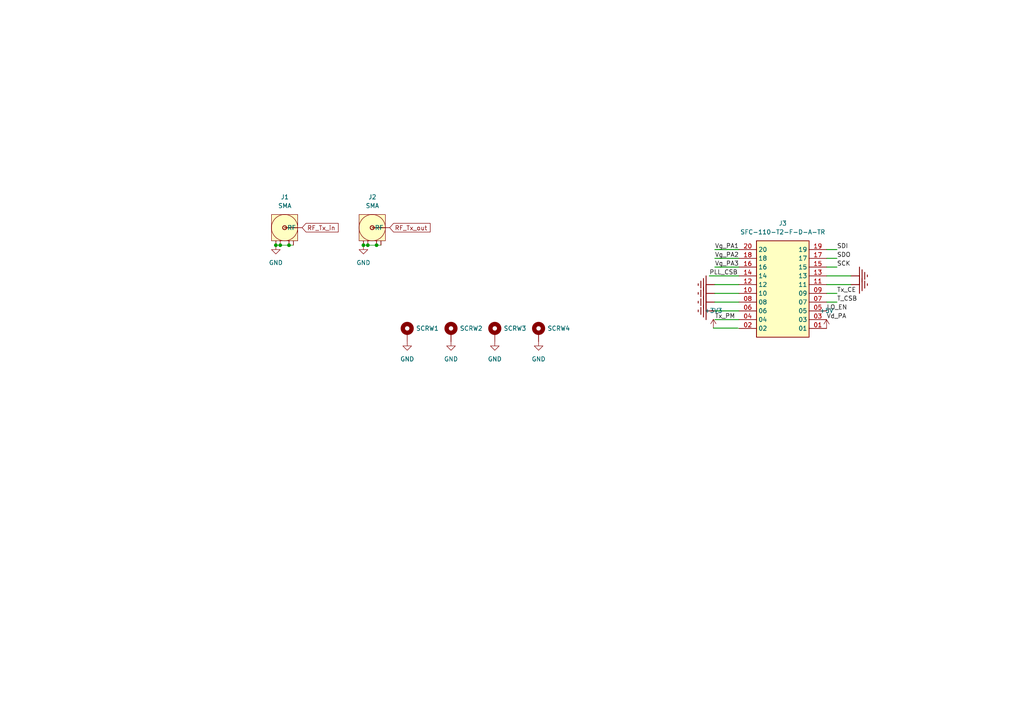
<source format=kicad_sch>
(kicad_sch (version 20211123) (generator eeschema)
  (paper "A4")
  (lib_symbols
    (symbol "GGS_Connectors:SMA" (pin_numbers hide)
      (property "Reference" "J" (at 2.54 15.24 0))
      (property "Value" "SMA" (at 3.81 12.7 0))
      (symbol "SMA_0_1"
        (polyline (pts (xy 7.62 5.08) (xy 3.81 5.08)) (stroke (width 0.254)))
        (rectangle (start 3.81 8.89) (end 11.43 1.27) (fill (type background)))
        (circle (center 7.62 5.08) (radius 0.568) (stroke (width 0.254)))
        (circle (center 7.62 5.08) (radius 3.81))
      )
      (symbol "SMA_1_1"
        (pin bidirectional line (at 2.54 5.08 0) (length 1.27) (name "RF") (number "1"))
        (pin power_in line (at 5.08 0 90) (length 1.27) (name "") (number "2"))
        (pin power_in line (at 6.35 0 90) (length 1.27) (name "") (number "3"))
        (pin power_in line (at 8.89 0 90) (length 1.27) (name "") (number "4"))
        (pin power_in line (at 10.16 0 90) (length 1.27) (name "") (number "5"))
      )
    )
    (symbol "Mechanical:MountingHole_Pad" (pin_numbers hide) (pin_names (offset 1.016) hide)
      (property "Reference" "H" (at 0 6.35 0))
      (property "Value" "MountingHole_Pad" (at 0 4.445 0))
      (symbol "MountingHole_Pad_0_1"
        (circle (center 0 1.27) (radius 1.27) (stroke (width 1.27)))
      )
      (symbol "MountingHole_Pad_1_1"
        (pin input line (at 0 -2.54 90) (length 2.54) (name "1") (number "1"))
      )
    )
    (symbol "XCOMMS_RF-altium-import:0_mirrored_SFC-110-T2-F-D-A-TR"
      (property "Value" "0_mirrored_SFC-110-T2-F-D-A-TR" (at 0 0 0))
      (symbol "0_mirrored_SFC-110-T2-F-D-A-TR_1_0"
        (rectangle (start 3.62 17.7) (end -11.62 -10.24) (stroke (width 0.254)) (fill (type background)))
        (pin passive line (at 8.7 -7.7 180) (length 5.08) (name "01") (number "01"))
        (pin passive line (at -16.7 -7.7 0) (length 5.08) (name "02") (number "02"))
        (pin passive line (at 8.7 -5.16 180) (length 5.08) (name "03") (number "03"))
        (pin passive line (at -16.7 -5.16 0) (length 5.08) (name "04") (number "04"))
        (pin passive line (at 8.7 -2.62 180) (length 5.08) (name "05") (number "05"))
        (pin passive line (at -16.7 -2.62 0) (length 5.08) (name "06") (number "06"))
        (pin passive line (at 8.7 -0.08 180) (length 5.08) (name "07") (number "07"))
        (pin passive line (at -16.7 -0.08 0) (length 5.08) (name "08") (number "08"))
        (pin passive line (at 8.7 2.46 180) (length 5.08) (name "09") (number "09"))
        (pin passive line (at -16.7 2.46 0) (length 5.08) (name "10") (number "10"))
        (pin passive line (at 8.7 5 180) (length 5.08) (name "11") (number "11"))
        (pin passive line (at -16.7 5 0) (length 5.08) (name "12") (number "12"))
        (pin passive line (at 8.7 7.54 180) (length 5.08) (name "13") (number "13"))
        (pin passive line (at -16.7 7.54 0) (length 5.08) (name "14") (number "14"))
        (pin passive line (at 8.7 10.08 180) (length 5.08) (name "15") (number "15"))
        (pin passive line (at -16.7 10.08 0) (length 5.08) (name "16") (number "16"))
        (pin passive line (at 8.7 12.62 180) (length 5.08) (name "17") (number "17"))
        (pin passive line (at -16.7 12.62 0) (length 5.08) (name "18") (number "18"))
        (pin passive line (at 8.7 15.16 180) (length 5.08) (name "19") (number "19"))
        (pin passive line (at -16.7 15.16 0) (length 5.08) (name "20") (number "20"))
      )
    )
    (symbol "XCOMMS_RF-altium-import:GND" (power)
      (property "Reference" "#PWR" (at 0 0 0))
      (property "Value" "GND" (at 0 6.35 0))
      (symbol "GND_0_0"
        (polyline (pts (xy -2.54 -2.54) (xy 2.54 -2.54)) (stroke (width 0.254)))
        (polyline (pts (xy -1.778 -3.302) (xy 1.778 -3.302)) (stroke (width 0.254)))
        (polyline (pts (xy -1.016 -4.064) (xy 1.016 -4.064)) (stroke (width 0.254)))
        (polyline (pts (xy -0.254 -4.826) (xy 0.254 -4.826)) (stroke (width 0.254)))
        (polyline (pts (xy 0 0) (xy 0 -2.54)) (stroke (width 0.254)))
        (pin power_in line (at 0 0 0) (length 0) hide (name "GND") (number ""))
      )
    )
    (symbol "power:+3V3" (power) (pin_names (offset 0))
      (property "Value" "+3V3" (at 0 3.556 0))
      (symbol "+3V3_0_1"
        (polyline (pts (xy -0.762 1.27) (xy 0 2.54)))
        (polyline (pts (xy 0 0) (xy 0 2.54)))
        (polyline (pts (xy 0 2.54) (xy 0.762 1.27)))
      )
      (symbol "+3V3_1_1"
        (pin power_in line (at 0 0 90) (length 0) hide (name "+3V3") (number "1"))
      )
    )
    (symbol "power:+5V" (power) (pin_names (offset 0))
      (property "Value" "+5V" (at 0 3.556 0))
      (symbol "+5V_0_1"
        (polyline (pts (xy -0.762 1.27) (xy 0 2.54)))
        (polyline (pts (xy 0 0) (xy 0 2.54)))
        (polyline (pts (xy 0 2.54) (xy 0.762 1.27)))
      )
      (symbol "+5V_1_1"
        (pin power_in line (at 0 0 90) (length 0) hide (name "+5V") (number "1"))
      )
    )
    (symbol "power:GND" (power) (pin_names (offset 0))
      (property "Value" "GND" (at 0 -3.81 0))
      (symbol "GND_0_1"
        (polyline (pts (xy 0 0) (xy 0 -1.27) (xy 1.27 -1.27) (xy 0 -2.54) (xy -1.27 -1.27) (xy 0 -1.27)))
      )
      (symbol "GND_1_1"
        (pin power_in line (at 0 0 270) (length 0) hide (name "GND") (number "1"))
      )
    )
  )
  (junction (at 81.28 71.12))
  (junction (at 106.68 71.12))
  (junction (at 80.01 71.12))
  (junction (at 109.22 71.12))
  (junction (at 105.41 71.12))
  (junction (at 83.82 71.12))
  (wire (pts (xy 80.01 71.12) (xy 81.28 71.12)))
  (wire (pts (xy 83.82 71.12) (xy 85.09 71.12)))
  (wire (pts (xy 207.34 82.55) (xy 214.34 82.55)) (stroke (width 0.254)))
  (wire (pts (xy 207.34 92.71) (xy 214.34 92.71)) (stroke (width 0.254)))
  (wire (pts (xy 207.34 72.39) (xy 214.34 72.39)) (stroke (width 0.254)))
  (wire (pts (xy 242.74 72.39) (xy 239.74 72.39)) (stroke (width 0.254)))
  (wire (pts (xy 242.74 77.47) (xy 239.74 77.47)) (stroke (width 0.254)))
  (wire (pts (xy 246.74 82.55) (xy 239.74 82.55)) (stroke (width 0.254)))
  (wire (pts (xy 242.74 87.63) (xy 239.74 87.63)) (stroke (width 0.254)))
  (wire (pts (xy 242.74 85.09) (xy 239.74 85.09)) (stroke (width 0.254)))
  (wire (pts (xy 207.34 85.09) (xy 214.34 85.09)) (stroke (width 0.254)))
  (wire (pts (xy 207.34 90.17) (xy 214.34 90.17)) (stroke (width 0.254)))
  (wire (pts (xy 206.91 95.17) (xy 213.91 95.17)) (stroke (width 0.254)))
  (wire (pts (xy 110.49 71.12) (xy 109.22 71.12)))
  (wire (pts (xy 81.28 71.12) (xy 83.82 71.12)))
  (wire (pts (xy 213.91 95.17) (xy 214.34 95.25)))
  (wire (pts (xy 246.74 80.01) (xy 239.74 80.01)) (stroke (width 0.254)))
  (wire (pts (xy 242.74 74.93) (xy 239.74 74.93)) (stroke (width 0.254)))
  (wire (pts (xy 205.74 80.01) (xy 214.34 80.01)) (stroke (width 0.254)))
  (wire (pts (xy 207.34 87.63) (xy 214.34 87.63)) (stroke (width 0.254)))
  (wire (pts (xy 207.34 77.47) (xy 214.34 77.47)) (stroke (width 0.254)))
  (wire (pts (xy 207.34 74.93) (xy 214.34 74.93)) (stroke (width 0.254)))
  (wire (pts (xy 105.41 71.12) (xy 106.68 71.12)))
  (wire (pts (xy 106.68 71.12) (xy 109.22 71.12)))
  (label "SDI" (at 242.74 72.39 0))
  (label "Vg_PA1" (at 207.34 72.39 0))
  (label "Vg_PA2" (at 207.34 74.93 0))
  (label "PLL_CSB" (at 205.74 80.01 0))
  (label "LO_EN" (at 239.74 90.17 0))
  (label "Tx_PM" (at 207.34 92.71 0))
  (label "T_CSB" (at 242.74 87.63 0))
  (label "Vd_PA" (at 239.74 92.71 0))
  (label "SDO" (at 242.74 74.93 0))
  (label "Tx_CE" (at 242.74 85.09 0))
  (label "SCK" (at 242.74 77.47 0))
  (label "Vg_PA3" (at 207.34 77.47 0))
  (global_label "RF_Tx_in" (shape input) (at 87.63 66.04 0) (property "Intersheet References" "${INTERSHEET_REFS}" (effects hide)))
  (global_label "RF_Tx_out" (shape input) (at 113.03 66.04 0) (property "Intersheet References" "${INTERSHEET_REFS}" (effects hide)))
  (symbol (lib_id "XCOMMS_RF-altium-import:GND") (at 207.34 82.55 270) (unit 1)
    (property "Reference" "#PWR?" (effects hide))
    (property "Value" "GND" (effects hide))
  )
  (symbol (lib_id "XCOMMS_RF-altium-import:GND") (at 207.34 85.09 270) (unit 1)
    (property "Reference" "#PWR?" (effects hide))
    (property "Value" "GND" (effects hide))
  )
  (symbol (lib_id "XCOMMS_RF-altium-import:GND") (at 207.34 90.17 270) (unit 1)
    (property "Reference" "#PWR?" (effects hide))
    (property "Value" "GND" (effects hide))
  )
  (symbol (lib_id "GGS_Connectors:SMA") (at 115.57 71.12 0) (mirror y) (unit 1)
    (property "Reference" "J2" (at 108.0135 57.15 0))
    (property "Value" "SMA" (at 108.0135 59.69 0))
    (property "Footprint" "GGS_Connectors:LINX_CONSMA020.062-G" (effects hide))
  )
  (symbol (lib_id "power:GND") (at 156.21 99.06 0) (unit 1)
    (property "Reference" "#PWR?" (effects hide))
    (property "Value" "GND" (at 156.21 104.14 0))
  )
  (symbol (lib_id "power:+5V") (at 239.74 95.25 0) (unit 1)
    (property "Reference" "#PWR?" (effects hide))
    (property "Value" "+5V" (at 239.74 90.09 0))
  )
  (symbol (lib_id "power:GND") (at 118.11 99.06 0) (unit 1)
    (property "Reference" "#PWR?" (effects hide))
    (property "Value" "GND" (at 118.11 104.14 0))
  )
  (symbol (lib_id "GGS_Connectors:SMA") (at 90.17 71.12 0) (mirror y) (unit 1)
    (property "Reference" "J1" (at 82.6135 57.15 0))
    (property "Value" "SMA" (at 82.6135 59.69 0))
    (property "Footprint" "GGS_Connectors:LINX_CONSMA020.062-G" (effects hide))
  )
  (symbol (lib_id "XCOMMS_RF-altium-import:0_mirrored_SFC-110-T2-F-D-A-TR") (at 231.04 87.55 0) (unit 1)
    (property "Reference" "J3" (at 227.04 64.77 0))
    (property "Value" "SFC-110-T2-F-D-A-TR" (at 227.04 67.31 0))
    (property "Footprint" "GGS_Connectors:SAMTEC_SFC-110-T2-F-D-A-TR" (effects hide))
    (property "PACKAGE" "None" (effects hide))
    (property "MF" "Samtec" (effects hide))
    (property "MP" "SFC-110-T2-F-D-A-TR" (effects hide))
    (property "PRICE" "None" (effects hide))
    (property "AVAILABILITY" "Unavailable" (effects hide))
    (property "ALTIUM_VALUE" "*" (effects hide))
  )
  (symbol (lib_id "Mechanical:MountingHole_Pad") (at 118.11 96.52 0) (unit 1)
    (property "Reference" "SCRW1" (at 120.65 95.2499 0) (effects (justify left)))
    (property "Value" "MountingHole_Pad" (effects hide))
    (property "Footprint" "MountingHole:MountingHole_3.2mm_M3_Pad_Via" (effects hide))
  )
  (symbol (lib_id "power:+3V3") (at 206.91 95.17 0) (unit 1)
    (property "Reference" "#PWR?" (effects hide))
    (property "Value" "+3V3" (at 206.91 90.09 0))
  )
  (symbol (lib_id "power:GND") (at 80.01 71.12 0) (unit 1)
    (property "Reference" "#PWR?" (effects hide))
    (property "Value" "GND" (at 80.01 76.2 0))
  )
  (symbol (lib_id "power:GND") (at 143.51 99.06 0) (unit 1)
    (property "Reference" "#PWR?" (effects hide))
    (property "Value" "GND" (at 143.51 104.14 0))
  )
  (symbol (lib_id "Mechanical:MountingHole_Pad") (at 156.21 96.52 0) (unit 1)
    (property "Reference" "SCRW4" (at 158.75 95.2499 0) (effects (justify left)))
    (property "Value" "MountingHole_Pad" (effects hide))
    (property "Footprint" "MountingHole:MountingHole_3.2mm_M3_Pad_Via" (effects hide))
  )
  (symbol (lib_id "power:GND") (at 130.81 99.06 0) (unit 1)
    (property "Reference" "#PWR?" (effects hide))
    (property "Value" "GND" (at 130.81 104.14 0))
  )
  (symbol (lib_id "XCOMMS_RF-altium-import:GND") (at 246.74 82.55 90) (unit 1)
    (property "Reference" "#PWR?" (effects hide))
    (property "Value" "GND" (effects hide))
  )
  (symbol (lib_id "Mechanical:MountingHole_Pad") (at 143.51 96.52 0) (unit 1)
    (property "Reference" "SCRW3" (at 146.05 95.2499 0) (effects (justify left)))
    (property "Value" "MountingHole_Pad" (effects hide))
    (property "Footprint" "MountingHole:MountingHole_3.2mm_M3_Pad_Via" (effects hide))
  )
  (symbol (lib_id "power:GND") (at 105.41 71.12 0) (unit 1)
    (property "Reference" "#PWR?" (effects hide))
    (property "Value" "GND" (at 105.41 76.2 0))
  )
  (symbol (lib_id "Mechanical:MountingHole_Pad") (at 130.81 96.52 0) (unit 1)
    (property "Reference" "SCRW2" (at 133.35 95.2499 0) (effects (justify left)))
    (property "Value" "MountingHole_Pad" (effects hide))
    (property "Footprint" "MountingHole:MountingHole_3.2mm_M3_Pad_Via" (effects hide))
  )
  (symbol (lib_id "XCOMMS_RF-altium-import:GND") (at 246.74 80.01 90) (unit 1)
    (property "Reference" "#PWR?" (effects hide))
    (property "Value" "GND" (effects hide))
  )
  (symbol (lib_id "XCOMMS_RF-altium-import:GND") (at 207.34 87.63 270) (unit 1)
    (property "Reference" "#PWR?" (effects hide))
    (property "Value" "GND" (effects hide))
  )
)
</source>
